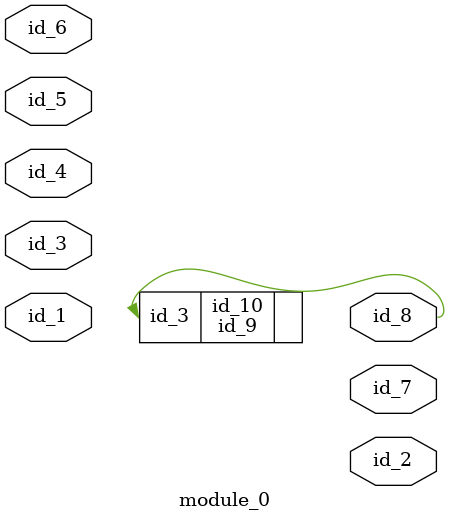
<source format=v>
module module_0 (
    id_1,
    id_2,
    id_3,
    id_4,
    id_5,
    id_6,
    id_7,
    id_8
);
  output id_8;
  output id_7;
  input id_6;
  input id_5;
  input id_4;
  input id_3;
  output id_2;
  input id_1;
  id_9 id_10 (.id_3(id_8));
endmodule

</source>
